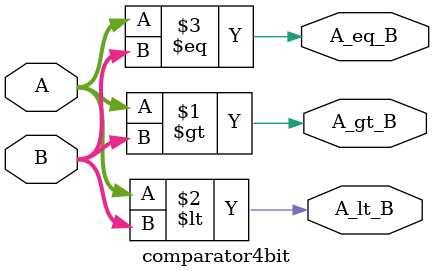
<source format=v>
`timescale 1ns / 1ps



module comparator4bit(
    input  [3:0] A,
    input  [3:0] B,
    output A_gt_B,
    output A_lt_B,
    output A_eq_B
);

assign A_gt_B = (A > B);
assign A_lt_B = (A < B);
assign A_eq_B = (A == B);

endmodule

</source>
